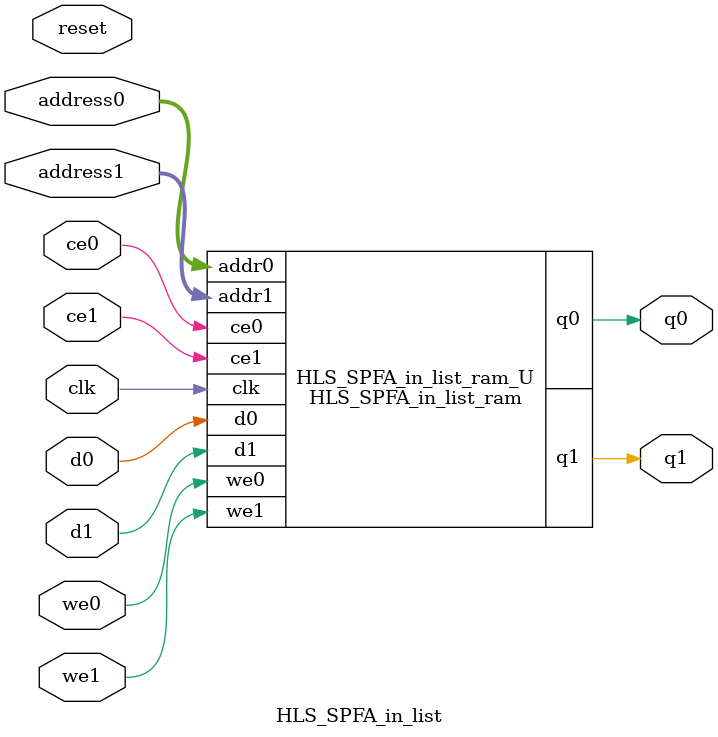
<source format=v>

`timescale 1 ns / 1 ps
module HLS_SPFA_in_list_ram (addr0, ce0, d0, we0, q0, addr1, ce1, d1, we1, q1,  clk);

parameter DWIDTH = 1;
parameter AWIDTH = 8;
parameter MEM_SIZE = 200;

input[AWIDTH-1:0] addr0;
input ce0;
input[DWIDTH-1:0] d0;
input we0;
output reg[DWIDTH-1:0] q0;
input[AWIDTH-1:0] addr1;
input ce1;
input[DWIDTH-1:0] d1;
input we1;
output reg[DWIDTH-1:0] q1;
input clk;

(* ram_style = "block" *)reg [DWIDTH-1:0] ram[0:MEM_SIZE-1];




always @(posedge clk)  
begin 
    if (ce0) 
    begin
        if (we0) 
        begin 
            ram[addr0] <= d0; 
            q0 <= d0;
        end 
        else 
            q0 <= ram[addr0];
    end
end


always @(posedge clk)  
begin 
    if (ce1) 
    begin
        if (we1) 
        begin 
            ram[addr1] <= d1; 
            q1 <= d1;
        end 
        else 
            q1 <= ram[addr1];
    end
end


endmodule


`timescale 1 ns / 1 ps
module HLS_SPFA_in_list(
    reset,
    clk,
    address0,
    ce0,
    we0,
    d0,
    q0,
    address1,
    ce1,
    we1,
    d1,
    q1);

parameter DataWidth = 32'd1;
parameter AddressRange = 32'd200;
parameter AddressWidth = 32'd8;
input reset;
input clk;
input[AddressWidth - 1:0] address0;
input ce0;
input we0;
input[DataWidth - 1:0] d0;
output[DataWidth - 1:0] q0;
input[AddressWidth - 1:0] address1;
input ce1;
input we1;
input[DataWidth - 1:0] d1;
output[DataWidth - 1:0] q1;



HLS_SPFA_in_list_ram HLS_SPFA_in_list_ram_U(
    .clk( clk ),
    .addr0( address0 ),
    .ce0( ce0 ),
    .we0( we0 ),
    .d0( d0 ),
    .q0( q0 ),
    .addr1( address1 ),
    .ce1( ce1 ),
    .we1( we1 ),
    .d1( d1 ),
    .q1( q1 ));

endmodule


</source>
